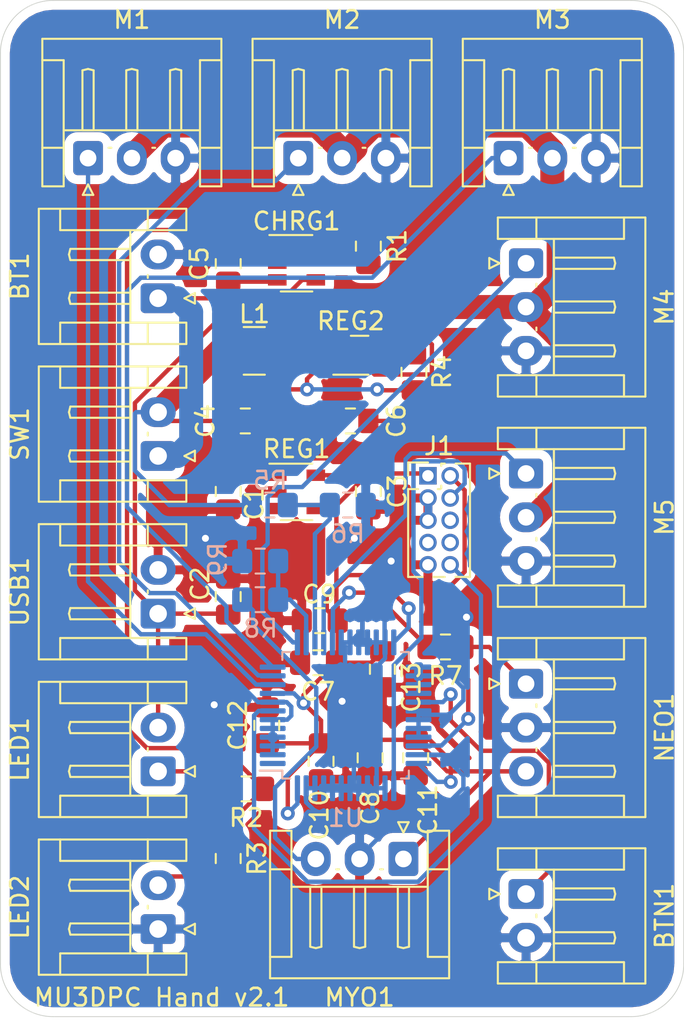
<source format=kicad_pcb>
(kicad_pcb (version 20171130) (host pcbnew 5.1.5-52549c5~84~ubuntu19.10.1)
  (layers (0 F.Cu signal) (31 B.Cu signal) (34 B.Paste user) (35 F.Paste user) (36 B.SilkS user) (37 F.SilkS user) (38 B.Mask user) (39 F.Mask user) (44 Edge.Cuts user))
  (net 0 "")
  (net 1 GND)
  (net 2 "Net-(BT1-Pad1)")
  (net 3 +BATT)
  (net 4 "Net-(C2-Pad1)")
  (net 5 +3V3)
  (net 6 +5V)
  (net 7 "Net-(CHRG1-Pad5)")
  (net 8 "Net-(CHRG1-Pad2)")
  (net 9 "Net-(CHRG1-Pad1)")
  (net 10 "Net-(J1-Pad2)")
  (net 11 "Net-(J1-Pad4)")
  (net 12 "Net-(J1-Pad10)")
  (net 13 "Net-(L1-Pad1)")
  (net 14 "Net-(LED1-Pad1)")
  (net 15 "Net-(LED2-Pad2)")
  (net 16 NORMVBAT)
  (net 17 NORMMYOSIG)
  (net 18 MYOSIG)
  (net 19 "Net-(R4-Pad2)")
  (net 20 "Net-(NEO1-Pad4)")
  (net 21 BTN)
  (net 22 INDEX)
  (net 23 MIDDLE)
  (net 24 RING)
  (net 25 PINKY)
  (net 26 THUMB)
  (net 27 NEO)
  (module Package_QFP:LQFP-48_7x7mm_P0.5mm (layer B.Cu) (at 132.7 57.8)
    (fp_text reference U1 (at 0 5.85) (layer B.SilkS) (effects (justify mirror)))
    (fp_text value STM32F303CCT7)
    (pad 1 smd roundrect (at -4.1625 2.75) (size 1.475 0.3) (layers B.Cu B.Paste B.Mask))
    (pad 2 smd roundrect (at -4.1625 2.25) (size 1.475 0.3) (layers B.Cu B.Paste B.Mask) (net 1 GND))
    (pad 3 smd roundrect (at -4.1625 1.75) (size 1.475 0.3) (layers B.Cu B.Paste B.Mask) (net 1 GND))
    (pad 4 smd roundrect (at -4.1625 1.25) (size 1.475 0.3) (layers B.Cu B.Paste B.Mask) (net 1 GND))
    (pad 5 smd roundrect (at -4.1625 0.75) (size 1.475 0.3) (layers B.Cu B.Paste B.Mask) (net 1 GND))
    (pad 6 smd roundrect (at -4.1625 0.25) (size 1.475 0.3) (layers B.Cu B.Paste B.Mask) (net 1 GND))
    (pad 7 smd roundrect (at -4.1625 -0.25) (size 1.475 0.3) (layers B.Cu B.Paste B.Mask) (net 12 "Net-(J1-Pad10)"))
    (pad 8 smd roundrect (at -4.1625 -0.75) (size 1.475 0.3) (layers B.Cu B.Paste B.Mask) (net 1 GND))
    (pad 9 smd roundrect (at -4.1625 -1.25) (size 1.475 0.3) (layers B.Cu B.Paste B.Mask) (net 5 +3V3))
    (pad 10 smd roundrect (at -4.1625 -1.75) (size 1.475 0.3) (layers B.Cu B.Paste B.Mask) (net 22 INDEX))
    (pad 11 smd roundrect (at -4.1625 -2.25) (size 1.475 0.3) (layers B.Cu B.Paste B.Mask) (net 23 MIDDLE))
    (pad 12 smd roundrect (at -4.1625 -2.75) (size 1.475 0.3) (layers B.Cu B.Paste B.Mask) (net 24 RING))
    (pad 13 smd roundrect (at -2.75 -4.1625) (size 0.3 1.475) (layers B.Cu B.Paste B.Mask) (net 25 PINKY))
    (pad 14 smd roundrect (at -2.25 -4.1625) (size 0.3 1.475) (layers B.Cu B.Paste B.Mask) (net 17 NORMMYOSIG))
    (pad 15 smd roundrect (at -1.75 -4.1625) (size 0.3 1.475) (layers B.Cu B.Paste B.Mask) (net 16 NORMVBAT))
    (pad 16 smd roundrect (at -1.25 -4.1625) (size 0.3 1.475) (layers B.Cu B.Paste B.Mask) (net 26 THUMB))
    (pad 17 smd roundrect (at -0.75 -4.1625) (size 0.3 1.475) (layers B.Cu B.Paste B.Mask) (net 27 NEO))
    (pad 18 smd roundrect (at -0.25 -4.1625) (size 0.3 1.475) (layers B.Cu B.Paste B.Mask) (net 1 GND))
    (pad 19 smd roundrect (at 0.25 -4.1625) (size 0.3 1.475) (layers B.Cu B.Paste B.Mask) (net 1 GND))
    (pad 20 smd roundrect (at 0.75 -4.1625) (size 0.3 1.475) (layers B.Cu B.Paste B.Mask) (net 1 GND))
    (pad 21 smd roundrect (at 1.25 -4.1625) (size 0.3 1.475) (layers B.Cu B.Paste B.Mask) (net 1 GND))
    (pad 22 smd roundrect (at 1.75 -4.1625) (size 0.3 1.475) (layers B.Cu B.Paste B.Mask) (net 1 GND))
    (pad 23 smd roundrect (at 2.25 -4.1625) (size 0.3 1.475) (layers B.Cu B.Paste B.Mask) (net 1 GND))
    (pad 24 smd roundrect (at 2.75 -4.1625) (size 0.3 1.475) (layers B.Cu B.Paste B.Mask) (net 5 +3V3))
    (pad 25 smd roundrect (at 4.1625 -2.75) (size 1.475 0.3) (layers B.Cu B.Paste B.Mask) (net 1 GND))
    (pad 26 smd roundrect (at 4.1625 -2.25) (size 1.475 0.3) (layers B.Cu B.Paste B.Mask) (net 1 GND))
    (pad 27 smd roundrect (at 4.1625 -1.75) (size 1.475 0.3) (layers B.Cu B.Paste B.Mask) (net 1 GND))
    (pad 28 smd roundrect (at 4.1625 -1.25) (size 1.475 0.3) (layers B.Cu B.Paste B.Mask) (net 1 GND))
    (pad 29 smd roundrect (at 4.1625 -0.75) (size 1.475 0.3) (layers B.Cu B.Paste B.Mask) (net 21 BTN))
    (pad 30 smd roundrect (at 4.1625 -0.25) (size 1.475 0.3) (layers B.Cu B.Paste B.Mask) (net 1 GND))
    (pad 31 smd roundrect (at 4.1625 0.25) (size 1.475 0.3) (layers B.Cu B.Paste B.Mask) (net 1 GND))
    (pad 32 smd roundrect (at 4.1625 0.75) (size 1.475 0.3) (layers B.Cu B.Paste B.Mask) (net 1 GND))
    (pad 33 smd roundrect (at 4.1625 1.25) (size 1.475 0.3) (layers B.Cu B.Paste B.Mask) (net 1 GND))
    (pad 34 smd roundrect (at 4.1625 1.75) (size 1.475 0.3) (layers B.Cu B.Paste B.Mask) (net 10 "Net-(J1-Pad2)"))
    (pad 35 smd roundrect (at 4.1625 2.25) (size 1.475 0.3) (layers B.Cu B.Paste B.Mask) (net 1 GND))
    (pad 36 smd roundrect (at 4.1625 2.75) (size 1.475 0.3) (layers B.Cu B.Paste B.Mask) (net 5 +3V3))
    (pad 37 smd roundrect (at 2.75 4.1625) (size 0.3 1.475) (layers B.Cu B.Paste B.Mask) (net 11 "Net-(J1-Pad4)"))
    (pad 38 smd roundrect (at 2.25 4.1625) (size 0.3 1.475) (layers B.Cu B.Paste B.Mask) (net 1 GND))
    (pad 39 smd roundrect (at 1.75 4.1625) (size 0.3 1.475) (layers B.Cu B.Paste B.Mask) (net 1 GND))
    (pad 40 smd roundrect (at 1.25 4.1625) (size 0.3 1.475) (layers B.Cu B.Paste B.Mask) (net 1 GND))
    (pad 41 smd roundrect (at 0.75 4.1625) (size 0.3 1.475) (layers B.Cu B.Paste B.Mask) (net 1 GND))
    (pad 42 smd roundrect (at 0.25 4.1625) (size 0.3 1.475) (layers B.Cu B.Paste B.Mask) (net 1 GND))
    (pad 43 smd roundrect (at -0.25 4.1625) (size 0.3 1.475) (layers B.Cu B.Paste B.Mask) (net 1 GND))
    (pad 44 smd roundrect (at -0.75 4.1625) (size 0.3 1.475) (layers B.Cu B.Paste B.Mask) (net 1 GND))
    (pad 45 smd roundrect (at -1.25 4.1625) (size 0.3 1.475) (layers B.Cu B.Paste B.Mask) (net 1 GND))
    (pad 46 smd roundrect (at -1.75 4.1625) (size 0.3 1.475) (layers B.Cu B.Paste B.Mask) (net 1 GND))
    (pad 47 smd roundrect (at -2.25 4.1625) (size 0.3 1.475) (layers B.Cu B.Paste B.Mask) (net 1 GND))
    (pad 48 smd roundrect (at -2.75 4.1625) (size 0.3 1.475) (layers B.Cu B.Paste B.Mask) (net 5 +3V3))
  )
  (module Connector_PinHeader_1.27mm:PinHeader_2x05_P1.27mm_Vertical (layer F.Cu) (at 137.4 44.13)
    (fp_text reference J1 (at 0.635 -1.695) (layer F.SilkS))
    (fp_text value Conn_ARM_JTAG_SWD_10)
    (pad 1 thru_hole rect (at 0 0) (size 1 1) (drill 0.65) (layers *.Cu *.Mask) (net 5 +3V3))
    (pad 2 thru_hole oval (at 1.27 0) (size 1 1) (drill 0.65) (layers *.Cu *.Mask) (net 10 "Net-(J1-Pad2)"))
    (pad 3 thru_hole oval (at 0 1.27) (size 1 1) (drill 0.65) (layers *.Cu *.Mask) (net 1 GND))
    (pad 4 thru_hole oval (at 1.27 1.27) (size 1 1) (drill 0.65) (layers *.Cu *.Mask) (net 11 "Net-(J1-Pad4)"))
    (pad 5 thru_hole oval (at 0 2.54) (size 1 1) (drill 0.65) (layers *.Cu *.Mask) (net 1 GND))
    (pad 6 thru_hole oval (at 1.27 2.54) (size 1 1) (drill 0.65) (layers *.Cu *.Mask))
    (pad 7 thru_hole oval (at 0 3.81) (size 1 1) (drill 0.65) (layers *.Cu *.Mask))
    (pad 8 thru_hole oval (at 1.27 3.81) (size 1 1) (drill 0.65) (layers *.Cu *.Mask))
    (pad 9 thru_hole oval (at 0 5.08) (size 1 1) (drill 0.65) (layers *.Cu *.Mask) (net 1 GND))
    (pad 10 thru_hole oval (at 1.27 5.08) (size 1 1) (drill 0.65) (layers *.Cu *.Mask) (net 12 "Net-(J1-Pad10)"))
  )
  (module Connector_JST:JST_EH_S2B-EH_1x02_P2.50mm_Horizontal (layer F.Cu) (at 122 34 90)
    (fp_text reference BT1 (at 1.25 -7.9 90) (layer F.SilkS))
    (fp_text value Battery_Cell)
    (pad 2 thru_hole oval (at 2.5 0 90) (size 1.7 2) (drill 1) (layers *.Cu *.Mask) (net 1 GND))
    (pad 1 thru_hole roundrect (at 0 0 90) (size 1.7 2) (drill 1) (layers *.Cu *.Mask) (roundrect_rratio 0.147059) (net 2 "Net-(BT1-Pad1)"))
  )
  (module Connector_JST:JST_EH_S2B-EH_1x02_P2.50mm_Horizontal (layer F.Cu) (at 143 68 270)
    (fp_text reference BTN1 (at 1.25 -7.9 90) (layer F.SilkS))
    (fp_text value Side_Button)
    (pad 1 thru_hole roundrect (at 0 0 270) (size 1.7 2) (drill 1) (layers *.Cu *.Mask) (roundrect_rratio 0.147059) (net 21 BTN))
    (pad 2 thru_hole oval (at 2.5 0 270) (size 1.7 2) (drill 1) (layers *.Cu *.Mask) (net 1 GND))
  )
  (module Capacitor_SMD:C_0805_2012Metric_Pad1.15x1.40mm_HandSolder (layer F.Cu) (at 126 45.025 270)
    (fp_text reference C1 (at 0.675 -1.5 90) (layer F.SilkS))
    (fp_text value 1uF)
    (pad 2 smd roundrect (at 1.025 0 270) (size 1.15 1.4) (layers F.Cu F.Paste F.Mask) (roundrect_rratio 0.217391) (net 1 GND))
    (pad 1 smd roundrect (at -1.025 0 270) (size 1.15 1.4) (layers F.Cu F.Paste F.Mask) (roundrect_rratio 0.217391) (net 3 +BATT))
  )
  (module Capacitor_SMD:C_0805_2012Metric_Pad1.15x1.40mm_HandSolder (layer F.Cu) (at 126 51.025 90)
    (fp_text reference C2 (at 0.725 -1.6 90) (layer F.SilkS))
    (fp_text value 4.7uF)
    (pad 2 smd roundrect (at 1.025 0 90) (size 1.15 1.4) (layers F.Cu F.Paste F.Mask) (roundrect_rratio 0.217391) (net 1 GND))
    (pad 1 smd roundrect (at -1.025 0 90) (size 1.15 1.4) (layers F.Cu F.Paste F.Mask) (roundrect_rratio 0.217391) (net 4 "Net-(C2-Pad1)"))
  )
  (module Capacitor_SMD:C_0805_2012Metric_Pad1.15x1.40mm_HandSolder (layer F.Cu) (at 134 45.025 270)
    (fp_text reference C3 (at 0 -1.65 90) (layer F.SilkS))
    (fp_text value 1uF)
    (pad 1 smd roundrect (at -1.025 0 270) (size 1.15 1.4) (layers F.Cu F.Paste F.Mask) (roundrect_rratio 0.217391) (net 5 +3V3))
    (pad 2 smd roundrect (at 1.025 0 270) (size 1.15 1.4) (layers F.Cu F.Paste F.Mask) (roundrect_rratio 0.217391) (net 1 GND))
  )
  (module Capacitor_SMD:C_0805_2012Metric_Pad1.15x1.40mm_HandSolder (layer F.Cu) (at 126.975 41)
    (fp_text reference C4 (at -2.275 0 90) (layer F.SilkS))
    (fp_text value "4.7uF 10V")
    (pad 2 smd roundrect (at 1.025 0) (size 1.15 1.4) (layers F.Cu F.Paste F.Mask) (roundrect_rratio 0.217391) (net 1 GND))
    (pad 1 smd roundrect (at -1.025 0) (size 1.15 1.4) (layers F.Cu F.Paste F.Mask) (roundrect_rratio 0.217391) (net 3 +BATT))
  )
  (module Capacitor_SMD:C_0805_2012Metric_Pad1.15x1.40mm_HandSolder (layer F.Cu) (at 126 32.025 90)
    (fp_text reference C5 (at 0 -1.65 90) (layer F.SilkS))
    (fp_text value 4.7uF)
    (pad 1 smd roundrect (at -1.025 0 90) (size 1.15 1.4) (layers F.Cu F.Paste F.Mask) (roundrect_rratio 0.217391) (net 2 "Net-(BT1-Pad1)"))
    (pad 2 smd roundrect (at 1.025 0 90) (size 1.15 1.4) (layers F.Cu F.Paste F.Mask) (roundrect_rratio 0.217391) (net 1 GND))
  )
  (module Capacitor_SMD:C_0805_2012Metric_Pad1.15x1.40mm_HandSolder (layer F.Cu) (at 132.975 41 180)
    (fp_text reference C6 (at -2.625 0 90) (layer F.SilkS))
    (fp_text value "22uF 10V")
    (pad 1 smd roundrect (at -1.025 0 180) (size 1.15 1.4) (layers F.Cu F.Paste F.Mask) (roundrect_rratio 0.217391) (net 6 +5V))
    (pad 2 smd roundrect (at 1.025 0 180) (size 1.15 1.4) (layers F.Cu F.Paste F.Mask) (roundrect_rratio 0.217391) (net 1 GND))
  )
  (module Package_TO_SOT_SMD:SOT-23-5 (layer F.Cu) (at 129.9 32)
    (fp_text reference CHRG1 (at 0 -2.4) (layer F.SilkS))
    (fp_text value MCP73831-2-OT)
    (pad 5 smd rect (at 1.1 -0.95) (size 1.06 0.65) (layers F.Cu F.Paste F.Mask) (net 7 "Net-(CHRG1-Pad5)"))
    (pad 4 smd rect (at 1.1 0.95) (size 1.06 0.65) (layers F.Cu F.Paste F.Mask) (net 4 "Net-(C2-Pad1)"))
    (pad 3 smd rect (at -1.1 0.95) (size 1.06 0.65) (layers F.Cu F.Paste F.Mask) (net 2 "Net-(BT1-Pad1)"))
    (pad 2 smd rect (at -1.1 0) (size 1.06 0.65) (layers F.Cu F.Paste F.Mask) (net 8 "Net-(CHRG1-Pad2)"))
    (pad 1 smd rect (at -1.1 -0.95) (size 1.06 0.65) (layers F.Cu F.Paste F.Mask) (net 9 "Net-(CHRG1-Pad1)"))
  )
  (module Inductor_SMD:L_1210_3225Metric_Pad1.42x2.65mm_HandSolder (layer F.Cu) (at 127.4875 37 180)
    (fp_text reference L1 (at -0.0125 2.1) (layer F.SilkS))
    (fp_text value "1uH 3A")
    (pad 1 smd roundrect (at -1.4875 0 180) (size 1.425 2.65) (layers F.Cu F.Paste F.Mask) (roundrect_rratio 0.175439) (net 13 "Net-(L1-Pad1)"))
    (pad 2 smd roundrect (at 1.4875 0 180) (size 1.425 2.65) (layers F.Cu F.Paste F.Mask) (roundrect_rratio 0.175439) (net 3 +BATT))
  )
  (module Connector_JST:JST_EH_S2B-EH_1x02_P2.50mm_Horizontal (layer F.Cu) (at 122 61 90)
    (fp_text reference LED1 (at 1.25 -7.9 90) (layer F.SilkS))
    (fp_text value Charging_LED)
    (pad 1 thru_hole roundrect (at 0 0 90) (size 1.7 2) (drill 1) (layers *.Cu *.Mask) (roundrect_rratio 0.147059) (net 14 "Net-(LED1-Pad1)"))
    (pad 2 thru_hole oval (at 2.5 0 90) (size 1.7 2) (drill 1) (layers *.Cu *.Mask) (net 4 "Net-(C2-Pad1)"))
  )
  (module Connector_JST:JST_EH_S2B-EH_1x02_P2.50mm_Horizontal (layer F.Cu) (at 122 70 90)
    (fp_text reference LED2 (at 1.25 -7.9 90) (layer F.SilkS))
    (fp_text value Charge_Done_LED)
    (pad 2 thru_hole oval (at 2.5 0 90) (size 1.7 2) (drill 1) (layers *.Cu *.Mask) (net 15 "Net-(LED2-Pad2)"))
    (pad 1 thru_hole roundrect (at 0 0 90) (size 1.7 2) (drill 1) (layers *.Cu *.Mask) (roundrect_rratio 0.147059) (net 1 GND))
  )
  (module Connector_JST:JST_EH_S3B-EH_1x03_P2.50mm_Horizontal (layer F.Cu) (at 118 26)
    (fp_text reference M1 (at 2.5 -7.9) (layer F.SilkS))
    (fp_text value Index_Servo)
    (pad 3 thru_hole oval (at 5 0) (size 1.7 1.95) (drill 0.95) (layers *.Cu *.Mask) (net 1 GND))
    (pad 2 thru_hole oval (at 2.5 0) (size 1.7 1.95) (drill 0.95) (layers *.Cu *.Mask) (net 6 +5V))
    (pad 1 thru_hole roundrect (at 0 0) (size 1.7 1.95) (drill 0.95) (layers *.Cu *.Mask) (roundrect_rratio 0.147059) (net 22 INDEX))
  )
  (module Connector_JST:JST_EH_S3B-EH_1x03_P2.50mm_Horizontal (layer F.Cu) (at 130 26)
    (fp_text reference M2 (at 2.5 -7.9) (layer F.SilkS))
    (fp_text value Middle_Servo)
    (pad 1 thru_hole roundrect (at 0 0) (size 1.7 1.95) (drill 0.95) (layers *.Cu *.Mask) (roundrect_rratio 0.147059) (net 23 MIDDLE))
    (pad 2 thru_hole oval (at 2.5 0) (size 1.7 1.95) (drill 0.95) (layers *.Cu *.Mask) (net 6 +5V))
    (pad 3 thru_hole oval (at 5 0) (size 1.7 1.95) (drill 0.95) (layers *.Cu *.Mask) (net 1 GND))
  )
  (module Connector_JST:JST_EH_S3B-EH_1x03_P2.50mm_Horizontal (layer F.Cu) (at 142 26)
    (fp_text reference M3 (at 2.5 -7.9) (layer F.SilkS))
    (fp_text value Ring_Servo)
    (pad 3 thru_hole oval (at 5 0) (size 1.7 1.95) (drill 0.95) (layers *.Cu *.Mask) (net 1 GND))
    (pad 2 thru_hole oval (at 2.5 0) (size 1.7 1.95) (drill 0.95) (layers *.Cu *.Mask) (net 6 +5V))
    (pad 1 thru_hole roundrect (at 0 0) (size 1.7 1.95) (drill 0.95) (layers *.Cu *.Mask) (roundrect_rratio 0.147059) (net 24 RING))
  )
  (module Connector_JST:JST_EH_S3B-EH_1x03_P2.50mm_Horizontal (layer F.Cu) (at 143 32 270)
    (fp_text reference M4 (at 2.5 -7.9 90) (layer F.SilkS))
    (fp_text value Pinky_Servo)
    (pad 1 thru_hole roundrect (at 0 0 270) (size 1.7 1.95) (drill 0.95) (layers *.Cu *.Mask) (roundrect_rratio 0.147059) (net 25 PINKY))
    (pad 2 thru_hole oval (at 2.5 0 270) (size 1.7 1.95) (drill 0.95) (layers *.Cu *.Mask) (net 6 +5V))
    (pad 3 thru_hole oval (at 5 0 270) (size 1.7 1.95) (drill 0.95) (layers *.Cu *.Mask) (net 1 GND))
  )
  (module Connector_JST:JST_EH_S3B-EH_1x03_P2.50mm_Horizontal (layer F.Cu) (at 143 44 270)
    (fp_text reference M5 (at 2.5 -7.9 90) (layer F.SilkS))
    (fp_text value Thumb_Servo)
    (pad 3 thru_hole oval (at 5 0 270) (size 1.7 1.95) (drill 0.95) (layers *.Cu *.Mask) (net 1 GND))
    (pad 2 thru_hole oval (at 2.5 0 270) (size 1.7 1.95) (drill 0.95) (layers *.Cu *.Mask) (net 6 +5V))
    (pad 1 thru_hole roundrect (at 0 0 270) (size 1.7 1.95) (drill 0.95) (layers *.Cu *.Mask) (roundrect_rratio 0.147059) (net 26 THUMB))
  )
  (module Connector_JST:JST_EH_S3B-EH_1x03_P2.50mm_Horizontal (layer F.Cu) (at 136 66 180)
    (fp_text reference MYO1 (at 2.5 -7.9) (layer F.SilkS))
    (fp_text value MyoWare)
    (pad 1 thru_hole roundrect (at 0 0 180) (size 1.7 1.95) (drill 0.95) (layers *.Cu *.Mask) (roundrect_rratio 0.147059) (net 5 +3V3))
    (pad 2 thru_hole oval (at 2.5 0 180) (size 1.7 1.95) (drill 0.95) (layers *.Cu *.Mask) (net 1 GND))
    (pad 3 thru_hole oval (at 5 0 180) (size 1.7 1.95) (drill 0.95) (layers *.Cu *.Mask) (net 18 MYOSIG))
  )
  (module Connector_JST:JST_EH_S3B-EH_1x03_P2.50mm_Horizontal (layer F.Cu) (at 143 56 270)
    (fp_text reference NEO1 (at 2.5 -7.9 90) (layer F.SilkS))
    (fp_text value Indicator_NeoPixel)
    (pad 4 thru_hole roundrect (at 0 0 270) (size 1.7 1.95) (drill 0.95) (layers *.Cu *.Mask) (roundrect_rratio 0.147) (net 20 "Net-(NEO1-Pad4)"))
    (pad 2 thru_hole oval (at 2.5 0 270) (size 1.7 1.95) (drill 0.95) (layers *.Cu *.Mask) (net 1 GND))
    (pad 3 thru_hole oval (at 5 0 270) (size 1.7 1.95) (drill 0.95) (layers *.Cu *.Mask) (net 5 +3V3))
  )
  (module Resistor_SMD:R_0805_2012Metric_Pad1.15x1.40mm_HandSolder (layer F.Cu) (at 134 31.025 270)
    (fp_text reference R1 (at 0 -1.65 90) (layer F.SilkS))
    (fp_text value 2000ohm)
    (pad 2 smd roundrect (at 1.025 0 270) (size 1.15 1.4) (layers F.Cu F.Paste F.Mask) (roundrect_rratio 0.217391) (net 8 "Net-(CHRG1-Pad2)"))
    (pad 1 smd roundrect (at -1.025 0 270) (size 1.15 1.4) (layers F.Cu F.Paste F.Mask) (roundrect_rratio 0.217391) (net 7 "Net-(CHRG1-Pad5)"))
  )
  (module Resistor_SMD:R_0805_2012Metric_Pad1.15x1.40mm_HandSolder (layer F.Cu) (at 127.025 62 180)
    (fp_text reference R2 (at 0 -1.65) (layer F.SilkS))
    (fp_text value 470ohm)
    (pad 1 smd roundrect (at -1.025 0 180) (size 1.15 1.4) (layers F.Cu F.Paste F.Mask) (roundrect_rratio 0.217391) (net 9 "Net-(CHRG1-Pad1)"))
    (pad 2 smd roundrect (at 1.025 0 180) (size 1.15 1.4) (layers F.Cu F.Paste F.Mask) (roundrect_rratio 0.217391) (net 14 "Net-(LED1-Pad1)"))
  )
  (module Resistor_SMD:R_0805_2012Metric_Pad1.15x1.40mm_HandSolder (layer F.Cu) (at 126 65.975 270)
    (fp_text reference R3 (at 0 -1.65 90) (layer F.SilkS))
    (fp_text value 470ohm)
    (pad 2 smd roundrect (at 1.025 0 270) (size 1.15 1.4) (layers F.Cu F.Paste F.Mask) (roundrect_rratio 0.217391) (net 15 "Net-(LED2-Pad2)"))
    (pad 1 smd roundrect (at -1.025 0 270) (size 1.15 1.4) (layers F.Cu F.Paste F.Mask) (roundrect_rratio 0.217391) (net 9 "Net-(CHRG1-Pad1)"))
  )
  (module Resistor_SMD:R_0805_2012Metric_Pad1.15x1.40mm_HandSolder (layer F.Cu) (at 136.6 38.225 90)
    (fp_text reference R4 (at 0.025 1.6 90) (layer F.SilkS))
    (fp_text value 1Mohm)
    (pad 1 smd roundrect (at -1.025 0 90) (size 1.15 1.4) (layers F.Cu F.Paste F.Mask) (roundrect_rratio 0.217391) (net 3 +BATT))
    (pad 2 smd roundrect (at 1.025 0 90) (size 1.15 1.4) (layers F.Cu F.Paste F.Mask) (roundrect_rratio 0.217391) (net 19 "Net-(R4-Pad2)"))
  )
  (module Resistor_SMD:R_0805_2012Metric_Pad1.15x1.40mm_HandSolder (layer B.Cu) (at 128.375 45.8)
    (fp_text reference R5 (at 0.025 -1.4 180) (layer B.SilkS) (effects (justify mirror)))
    (fp_text value 5000ohm)
    (pad 1 smd roundrect (at -1.025 0) (size 1.15 1.4) (layers B.Cu B.Paste B.Mask) (roundrect_rratio 0.217391) (net 3 +BATT))
    (pad 2 smd roundrect (at 1.025 0) (size 1.15 1.4) (layers B.Cu B.Paste B.Mask) (roundrect_rratio 0.217391) (net 16 NORMVBAT))
  )
  (module Resistor_SMD:R_0805_2012Metric_Pad1.15x1.40mm_HandSolder (layer B.Cu) (at 132.825 45.8)
    (fp_text reference R6 (at 0 1.65 180) (layer B.SilkS) (effects (justify mirror)))
    (fp_text value 1250ohm)
    (pad 2 smd roundrect (at 1.025 0) (size 1.15 1.4) (layers B.Cu B.Paste B.Mask) (roundrect_rratio 0.217391) (net 1 GND))
    (pad 1 smd roundrect (at -1.025 0) (size 1.15 1.4) (layers B.Cu B.Paste B.Mask) (roundrect_rratio 0.217391) (net 16 NORMVBAT))
  )
  (module Resistor_SMD:R_0805_2012Metric_Pad1.15x1.40mm_HandSolder (layer F.Cu) (at 138.4 53.9 180)
    (fp_text reference R7 (at 0 -1.65) (layer F.SilkS))
    (fp_text value 500ohm)
    (pad 1 smd roundrect (at -1.025 0 180) (size 1.15 1.4) (layers F.Cu F.Paste F.Mask) (roundrect_rratio 0.217391) (net 20 "Net-(NEO1-Pad4)"))
    (pad 2 smd roundrect (at 1.025 0 180) (size 1.15 1.4) (layers F.Cu F.Paste F.Mask) (roundrect_rratio 0.217391) (net 27 NEO))
  )
  (module Resistor_SMD:R_0805_2012Metric_Pad1.15x1.40mm_HandSolder (layer B.Cu) (at 127.825 51.2)
    (fp_text reference R8 (at 0.025 1.65 180) (layer B.SilkS) (effects (justify mirror)))
    (fp_text value 5000ohm)
    (pad 1 smd roundrect (at -1.025 0) (size 1.15 1.4) (layers B.Cu B.Paste B.Mask) (roundrect_rratio 0.217391) (net 18 MYOSIG))
    (pad 2 smd roundrect (at 1.025 0) (size 1.15 1.4) (layers B.Cu B.Paste B.Mask) (roundrect_rratio 0.217391) (net 17 NORMMYOSIG))
  )
  (module Resistor_SMD:R_0805_2012Metric_Pad1.15x1.40mm_HandSolder (layer B.Cu) (at 127.825 49 180)
    (fp_text reference R9 (at 2.425 0.1 270) (layer B.SilkS) (effects (justify mirror)))
    (fp_text value 1250ohm)
    (pad 2 smd roundrect (at 1.025 0 180) (size 1.15 1.4) (layers B.Cu B.Paste B.Mask) (roundrect_rratio 0.217391) (net 1 GND))
    (pad 1 smd roundrect (at -1.025 0 180) (size 1.15 1.4) (layers B.Cu B.Paste B.Mask) (roundrect_rratio 0.217391) (net 17 NORMMYOSIG))
  )
  (module Package_TO_SOT_SMD:SOT-23-5 (layer F.Cu) (at 129.9 45.05)
    (fp_text reference REG1 (at 0 -2.45) (layer F.SilkS))
    (fp_text value MIC5504-3.3YM5)
    (pad 1 smd rect (at -1.1 -0.95) (size 1.06 0.65) (layers F.Cu F.Paste F.Mask) (net 3 +BATT))
    (pad 2 smd rect (at -1.1 0) (size 1.06 0.65) (layers F.Cu F.Paste F.Mask) (net 1 GND))
    (pad 3 smd rect (at -1.1 0.95) (size 1.06 0.65) (layers F.Cu F.Paste F.Mask))
    (pad 4 smd rect (at 1.1 0.95) (size 1.06 0.65) (layers F.Cu F.Paste F.Mask))
    (pad 5 smd rect (at 1.1 -0.95) (size 1.06 0.65) (layers F.Cu F.Paste F.Mask) (net 5 +3V3))
  )
  (module Package_DFN_QFN:DFN-8-1EP_2x2mm_P0.5mm_EP0.9x1.3mm (layer F.Cu) (at 133 37.25)
    (fp_text reference REG2 (at 0 -1.95) (layer F.SilkS))
    (fp_text value MIC2876-5.0YMT-T5)
    (pad 9 smd roundrect (at 0 0) (size 0.9 1.3) (layers F.Cu F.Mask) (net 1 GND))
    (pad 1 smd roundrect (at -1 -0.75) (size 0.7 0.25) (layers F.Cu F.Paste F.Mask) (net 13 "Net-(L1-Pad1)"))
    (pad 2 smd roundrect (at -1 -0.25) (size 0.7 0.25) (layers F.Cu F.Paste F.Mask) (net 1 GND))
    (pad 3 smd roundrect (at -1 0.25) (size 0.7 0.25) (layers F.Cu F.Paste F.Mask) (net 3 +BATT))
    (pad 4 smd roundrect (at -1 0.75) (size 0.7 0.25) (layers F.Cu F.Paste F.Mask) (net 1 GND))
    (pad 5 smd roundrect (at 1 0.75) (size 0.7 0.25) (layers F.Cu F.Paste F.Mask) (net 6 +5V))
    (pad 6 smd roundrect (at 1 0.25) (size 0.7 0.25) (layers F.Cu F.Paste F.Mask))
    (pad 7 smd roundrect (at 1 -0.25) (size 0.7 0.25) (layers F.Cu F.Paste F.Mask) (net 19 "Net-(R4-Pad2)"))
    (pad 8 smd roundrect (at 1 -0.75) (size 0.7 0.25) (layers F.Cu F.Paste F.Mask) (net 6 +5V))
  )
  (module Connector_JST:JST_EH_S2B-EH_1x02_P2.50mm_Horizontal (layer F.Cu) (at 122 43 90)
    (fp_text reference SW1 (at 1.25 -7.9 90) (layer F.SilkS))
    (fp_text value Power_Switch)
    (pad 2 thru_hole oval (at 2.5 0 90) (size 1.7 2) (drill 1) (layers *.Cu *.Mask) (net 3 +BATT))
    (pad 1 thru_hole roundrect (at 0 0 90) (size 1.7 2) (drill 1) (layers *.Cu *.Mask) (roundrect_rratio 0.147059) (net 2 "Net-(BT1-Pad1)"))
  )
  (module Connector_JST:JST_EH_S2B-EH_1x02_P2.50mm_Horizontal (layer F.Cu) (at 122 52 90)
    (fp_text reference USB1 (at 1.25 -7.9 90) (layer F.SilkS))
    (fp_text value USB_B_Micro)
    (pad 1 thru_hole roundrect (at 0 0 90) (size 1.7 2) (drill 1) (layers *.Cu *.Mask) (roundrect_rratio 0.147059) (net 4 "Net-(C2-Pad1)"))
    (pad 5 thru_hole oval (at 2.5 0 90) (size 1.7 2) (drill 1) (layers *.Cu *.Mask) (net 1 GND))
  )
  (module Capacitor_SMD:C_0805_2012Metric_Pad1.15x1.40mm_HandSolder (layer F.Cu) (at 131.125 54.8 180)
    (fp_text reference C7 (at 0 -1.65 180) (layer F.SilkS))
    (fp_text value 100nF)
    (pad 1 smd roundrect (at -1.025 0 180) (size 1.15 1.4) (layers F.Cu F.Paste F.Mask) (roundrect_rratio 0.217391) (net 5 +3V3))
    (pad 2 smd roundrect (at 1.025 0 180) (size 1.15 1.4) (layers F.Cu F.Paste F.Mask) (roundrect_rratio 0.217391) (net 1 GND))
  )
  (module Capacitor_SMD:C_0805_2012Metric_Pad1.15x1.40mm_HandSolder (layer F.Cu) (at 134.1 60.225 270)
    (fp_text reference C8 (at 2.875 0 270) (layer F.SilkS))
    (fp_text value 100nF)
    (pad 2 smd roundrect (at 1.025 0 270) (size 1.15 1.4) (layers F.Cu F.Paste F.Mask) (roundrect_rratio 0.217391) (net 1 GND))
    (pad 1 smd roundrect (at -1.025 0 270) (size 1.15 1.4) (layers F.Cu F.Paste F.Mask) (roundrect_rratio 0.217391) (net 5 +3V3))
  )
  (module Capacitor_SMD:C_0805_2012Metric_Pad1.15x1.40mm_HandSolder (layer F.Cu) (at 131.225 52.4 180)
    (fp_text reference C9 (at 0.025 1.5 180) (layer F.SilkS))
    (fp_text value 100nF)
    (pad 1 smd roundrect (at -1.025 0 180) (size 1.15 1.4) (layers F.Cu F.Paste F.Mask) (roundrect_rratio 0.217391) (net 5 +3V3))
    (pad 2 smd roundrect (at 1.025 0 180) (size 1.15 1.4) (layers F.Cu F.Paste F.Mask) (roundrect_rratio 0.217391) (net 1 GND))
  )
  (module Capacitor_SMD:C_0805_2012Metric_Pad1.15x1.40mm_HandSolder (layer F.Cu) (at 131.3 60.425 270)
    (fp_text reference C10 (at 3.075 0.1 90) (layer F.SilkS))
    (fp_text value 100nF)
    (pad 1 smd roundrect (at -1.025 0 270) (size 1.15 1.4) (layers F.Cu F.Paste F.Mask) (roundrect_rratio 0.217391) (net 5 +3V3))
    (pad 2 smd roundrect (at 1.025 0 270) (size 1.15 1.4) (layers F.Cu F.Paste F.Mask) (roundrect_rratio 0.217391) (net 1 GND))
  )
  (module Capacitor_SMD:C_0805_2012Metric_Pad1.15x1.40mm_HandSolder (layer F.Cu) (at 136.7 60.225 270)
    (fp_text reference C11 (at 2.975 -0.7 270) (layer F.SilkS))
    (fp_text value 4.7uF)
    (pad 2 smd roundrect (at 1.025 0 270) (size 1.15 1.4) (layers F.Cu F.Paste F.Mask) (roundrect_rratio 0.217391) (net 1 GND))
    (pad 1 smd roundrect (at -1.025 0 270) (size 1.15 1.4) (layers F.Cu F.Paste F.Mask) (roundrect_rratio 0.217391) (net 5 +3V3))
  )
  (module Capacitor_SMD:C_0805_2012Metric_Pad1.15x1.40mm_HandSolder (layer F.Cu) (at 128.2 58.375 90)
    (fp_text reference C12 (at 0 -1.65 90) (layer F.SilkS))
    (fp_text value 10nF)
    (pad 1 smd roundrect (at -1.025 0 90) (size 1.15 1.4) (layers F.Cu F.Paste F.Mask) (roundrect_rratio 0.217391) (net 5 +3V3))
    (pad 2 smd roundrect (at 1.025 0 90) (size 1.15 1.4) (layers F.Cu F.Paste F.Mask) (roundrect_rratio 0.217391) (net 1 GND))
  )
  (module Capacitor_SMD:C_0805_2012Metric_Pad1.15x1.40mm_HandSolder (layer F.Cu) (at 134.8 55.175 270)
    (fp_text reference C13 (at 1.025 -1.65 270) (layer F.SilkS))
    (fp_text value 1uF)
    (pad 2 smd roundrect (at 1.025 0 270) (size 1.15 1.4) (layers F.Cu F.Paste F.Mask) (roundrect_rratio 0.217391) (net 1 GND))
    (pad 1 smd roundrect (at -1.025 0 270) (size 1.15 1.4) (layers F.Cu F.Paste F.Mask) (roundrect_rratio 0.217391) (net 5 +3V3))
  )
  (gr_text "MU3DPC Hand v2.1" (at 122.2 73.9) (layer F.SilkS) (effects (font (size 1 1))))
  (gr_line (start 152 72) (end 152 20) (layer Edge.Cuts) (width 0.05))
  (gr_line (start 116 75) (end 149 75) (layer Edge.Cuts) (width 0.05))
  (gr_line (start 113 20) (end 113 72) (layer Edge.Cuts) (width 0.05))
  (gr_line (start 149 17) (end 116 17) (layer Edge.Cuts) (width 0.05))
  (gr_arc (start 149 72) (end 149 75) (angle -90) (layer Edge.Cuts) (width 0.05))
  (gr_arc (start 116 72) (end 113 72) (angle -90) (layer Edge.Cuts) (width 0.05))
  (gr_arc (start 116 20) (end 116 17) (angle -90) (layer Edge.Cuts) (width 0.05))
  (gr_arc (start 149 20) (end 152 20) (angle -90) (layer Edge.Cuts) (width 0.05))
  (segment (start 132.75 37) (end 133 37.25) (width 0.25) (layer F.Cu) (net 1))
  (segment (start 132 37) (end 132.75 37) (width 0.25) (layer F.Cu) (net 1))
  (segment (start 133 37.45) (end 133 37.25) (width 0.25) (layer F.Cu) (net 1))
  (segment (start 132.45 38) (end 133 37.45) (width 0.25) (layer F.Cu) (net 1))
  (segment (start 132 38) (end 132.45 38) (width 0.25) (layer F.Cu) (net 1))
  (segment (start 131.95 40.2) (end 132.76499 39.38501) (width 1.37) (layer F.Cu) (net 1))
  (segment (start 132.76499 39.38501) (end 132.76499 38.424994) (width 1.37) (layer F.Cu) (net 1))
  (segment (start 131.95 41) (end 131.95 40.2) (width 1.37) (layer F.Cu) (net 1))
  (segment (start 134.92501 52.92501) (end 134.92501 52.12501) (width 0.25) (layer B.Cu) (net 1))
  (segment (start 134.95 53.6375) (end 134.95 52.95) (width 0.25) (layer B.Cu) (net 1))
  (segment (start 134.95 52.95) (end 134.92501 52.92501) (width 0.25) (layer B.Cu) (net 1))
  (segment (start 137.57499 60.07499) (end 138.62501 60.07499) (width 0.25) (layer B.Cu) (net 1))
  (segment (start 136.8625 60.05) (end 137.55 60.05) (width 0.25) (layer B.Cu) (net 1))
  (segment (start 137.55 60.05) (end 137.57499 60.07499) (width 0.25) (layer B.Cu) (net 1))
  (segment (start 130.45 62.765702) (end 131.484298 63.8) (width 0.25) (layer B.Cu) (net 1))
  (segment (start 130.45 61.9625) (end 130.45 62.765702) (width 0.25) (layer B.Cu) (net 1))
  (segment (start 127.7 57.05) (end 126.15 55.5) (width 0.25) (layer B.Cu) (net 1))
  (segment (start 128.5375 57.05) (end 127.7 57.05) (width 0.25) (layer B.Cu) (net 1))
  (segment (start 128.02 45.05) (end 127.97 45.1) (width 0.25) (layer F.Cu) (net 1))
  (segment (start 128.8 45.05) (end 128.02 45.05) (width 0.25) (layer F.Cu) (net 1))
  (via (at 124.7 47.7) (size 0.8) (drill 0.4) (layers F.Cu B.Cu) (net 1))
  (segment (start 133.5 65.875) (end 133.5 66) (width 0.25) (layer B.Cu) (net 1))
  (segment (start 135.975 63.4) (end 133.5 65.875) (width 0.25) (layer B.Cu) (net 1))
  (segment (start 137.973002 63.4) (end 135.975 63.4) (width 0.25) (layer B.Cu) (net 1))
  (segment (start 139.425001 61.948001) (end 137.973002 63.4) (width 0.25) (layer B.Cu) (net 1))
  (segment (start 139.425001 61.251999) (end 139.425001 61.948001) (width 0.25) (layer B.Cu) (net 1))
  (segment (start 138.223002 60.05) (end 139.425001 61.251999) (width 0.25) (layer B.Cu) (net 1))
  (segment (start 136.8625 60.05) (end 138.223002 60.05) (width 0.25) (layer B.Cu) (net 1))
  (via (at 135.3 49) (size 0.8) (drill 0.4) (layers F.Cu B.Cu) (net 1))
  (via (at 133.2 47.7) (size 0.8) (drill 0.4) (layers F.Cu B.Cu) (net 1))
  (via (at 125.2 57.2) (size 0.8) (drill 0.4) (layers F.Cu B.Cu) (net 1))
  (via (at 132.5 57) (size 0.8) (drill 0.4) (layers F.Cu B.Cu) (net 1))
  (segment (start 134.95 54.55) (end 132.5 57) (width 0.25) (layer B.Cu) (net 1))
  (segment (start 134.95 53.6375) (end 134.95 54.55) (width 0.25) (layer B.Cu) (net 1))
  (segment (start 128.5375 60.05) (end 128.5375 58.05) (width 0.25) (layer B.Cu) (net 1))
  (segment (start 129.375 58.05) (end 128.5375 58.05) (width 0.25) (layer B.Cu) (net 1))
  (segment (start 129.60001 57.82499) (end 129.375 58.05) (width 0.25) (layer B.Cu) (net 1))
  (segment (start 129.60001 57.309308) (end 129.60001 57.82499) (width 0.25) (layer B.Cu) (net 1))
  (segment (start 129.340702 57.05) (end 129.60001 57.309308) (width 0.25) (layer B.Cu) (net 1))
  (segment (start 128.5375 57.05) (end 129.340702 57.05) (width 0.25) (layer B.Cu) (net 1))
  (segment (start 130.45 61.9625) (end 134.45 61.9625) (width 0.25) (layer B.Cu) (net 1))
  (segment (start 133.17071 61.74179) (end 133.17071 59.92929) (width 0.25) (layer B.Cu) (net 1))
  (segment (start 132.95 61.9625) (end 133.17071 61.74179) (width 0.25) (layer B.Cu) (net 1))
  (segment (start 132.45 53.6375) (end 134.95 53.6375) (width 0.25) (layer B.Cu) (net 1))
  (segment (start 132.67071 53.85821) (end 132.67071 55.72929) (width 0.25) (layer B.Cu) (net 1))
  (segment (start 132.45 53.6375) (end 132.67071 53.85821) (width 0.25) (layer B.Cu) (net 1))
  (segment (start 133.650009 52.937491) (end 133.650009 52.397897) (width 0.25) (layer B.Cu) (net 1))
  (segment (start 132.95 53.6375) (end 133.650009 52.937491) (width 0.25) (layer B.Cu) (net 1))
  (segment (start 133.67071 53.41679) (end 133.45 53.6375) (width 0.25) (layer B.Cu) (net 1))
  (segment (start 133.67071 52.418598) (end 133.67071 53.41679) (width 0.25) (layer B.Cu) (net 1))
  (segment (start 133.650009 52.397897) (end 133.67071 52.418598) (width 0.25) (layer B.Cu) (net 1))
  (segment (start 134.47499 61.72501) (end 134.47499 60.12501) (width 0.25) (layer B.Cu) (net 1))
  (segment (start 134.45 61.9625) (end 134.45 61.75) (width 0.25) (layer B.Cu) (net 1))
  (segment (start 134.45 61.75) (end 134.47499 61.72501) (width 0.25) (layer B.Cu) (net 1))
  (segment (start 134.22929 62.18321) (end 134.22929 63.52929) (width 0.25) (layer B.Cu) (net 1))
  (segment (start 134.45 61.9625) (end 134.22929 62.18321) (width 0.25) (layer B.Cu) (net 1))
  (segment (start 134.22929 63.52929) (end 134.4 63.7) (width 0.25) (layer B.Cu) (net 1))
  (segment (start 136.8625 55.05) (end 136.8625 56.55) (width 0.25) (layer B.Cu) (net 1))
  (segment (start 136.8625 59.05) (end 136.8625 57.55) (width 0.25) (layer B.Cu) (net 1))
  (segment (start 137.7 55.55) (end 136.8625 55.55) (width 0.25) (layer B.Cu) (net 1))
  (segment (start 138.723002 55.55) (end 137.7 55.55) (width 0.25) (layer B.Cu) (net 1))
  (segment (start 139.425001 56.251999) (end 138.723002 55.55) (width 0.25) (layer B.Cu) (net 1))
  (segment (start 139.425001 56.948001) (end 139.425001 56.251999) (width 0.25) (layer B.Cu) (net 1))
  (segment (start 137.08321 57.77071) (end 138.602292 57.77071) (width 0.25) (layer B.Cu) (net 1))
  (segment (start 138.602292 57.77071) (end 139.425001 56.948001) (width 0.25) (layer B.Cu) (net 1))
  (segment (start 136.8625 57.55) (end 137.08321 57.77071) (width 0.25) (layer B.Cu) (net 1))
  (via (at 139.6 52.2) (size 0.8) (drill 0.4) (layers F.Cu B.Cu) (net 1))
  (segment (start 134.95 61.9625) (end 134.45 61.9625) (width 0.25) (layer B.Cu) (net 1))
  (segment (start 125.05 34) (end 126 33.05) (width 0.25) (layer F.Cu) (net 2))
  (segment (start 122 34) (end 125.05 34) (width 0.25) (layer F.Cu) (net 2))
  (segment (start 128.7 33.05) (end 128.8 32.95) (width 0.25) (layer F.Cu) (net 2))
  (segment (start 126 33.05) (end 128.7 33.05) (width 0.25) (layer F.Cu) (net 2))
  (segment (start 123.1 43) (end 122 43) (width 1.37) (layer B.Cu) (net 2))
  (segment (start 123.88501 42.21499) (end 123.1 43) (width 1.37) (layer B.Cu) (net 2))
  (segment (start 123.88501 34.78501) (end 123.88501 42.21499) (width 1.37) (layer B.Cu) (net 2))
  (segment (start 123.1 34) (end 123.88501 34.78501) (width 1.37) (layer B.Cu) (net 2))
  (segment (start 122 34) (end 123.1 34) (width 1.37) (layer B.Cu) (net 2))
  (via (at 134.5 39.2) (size 0.8) (drill 0.4) (layers F.Cu B.Cu) (net 3))
  (via (at 130.5 39.2) (size 0.8) (drill 0.4) (layers F.Cu B.Cu) (net 3))
  (segment (start 122.5 41) (end 122 40.5) (width 0.25) (layer F.Cu) (net 3))
  (segment (start 125.95 41) (end 122.5 41) (width 0.25) (layer F.Cu) (net 3))
  (segment (start 125.95 43.95) (end 126 44) (width 0.25) (layer F.Cu) (net 3))
  (segment (start 125.95 41) (end 125.95 43.95) (width 0.25) (layer F.Cu) (net 3))
  (segment (start 128.7 44) (end 128.8 44.1) (width 0.25) (layer F.Cu) (net 3))
  (segment (start 126 44) (end 128.7 44) (width 0.25) (layer F.Cu) (net 3))
  (segment (start 122.5 40.5) (end 122 40.5) (width 0.25) (layer F.Cu) (net 3))
  (segment (start 125.5 37) (end 122 40.5) (width 1.37) (layer F.Cu) (net 3))
  (segment (start 126 37) (end 125.5 37) (width 1.37) (layer F.Cu) (net 3))
  (segment (start 134.55 39.25) (end 134.5 39.2) (width 0.25) (layer F.Cu) (net 3))
  (segment (start 136.6 39.25) (end 134.55 39.25) (width 0.25) (layer F.Cu) (net 3))
  (segment (start 130.5 38.634315) (end 130.5 39.2) (width 0.25) (layer F.Cu) (net 3))
  (segment (start 130.5 38.601978) (end 130.5 38.634315) (width 0.25) (layer F.Cu) (net 3))
  (segment (start 131.601978 37.5) (end 130.5 38.601978) (width 0.25) (layer F.Cu) (net 3))
  (segment (start 132 37.5) (end 131.601978 37.5) (width 0.25) (layer F.Cu) (net 3))
  (segment (start 128.2 39.2) (end 126 37) (width 0.25) (layer F.Cu) (net 3))
  (segment (start 130.5 39.2) (end 128.2 39.2) (width 0.25) (layer F.Cu) (net 3))
  (segment (start 134.5 39.2) (end 130.5 39.2) (width 0.25) (layer B.Cu) (net 3))
  (segment (start 126.675 45.8) (end 127.35 45.8) (width 0.25) (layer B.Cu) (net 3))
  (segment (start 122.63681 45.8) (end 126.675 45.8) (width 0.25) (layer B.Cu) (net 3))
  (segment (start 120.67499 43.83818) (end 122.63681 45.8) (width 0.25) (layer B.Cu) (net 3))
  (segment (start 120.67499 40.57501) (end 120.67499 43.83818) (width 0.25) (layer B.Cu) (net 3))
  (segment (start 120.75 40.5) (end 120.67499 40.57501) (width 0.25) (layer B.Cu) (net 3))
  (segment (start 122 40.5) (end 120.75 40.5) (width 0.25) (layer B.Cu) (net 3))
  (segment (start 125.95 52) (end 126 52.05) (width 0.25) (layer F.Cu) (net 4))
  (segment (start 122 52) (end 125.95 52) (width 0.25) (layer F.Cu) (net 4))
  (segment (start 130.22 32.95) (end 131 32.95) (width 0.25) (layer F.Cu) (net 4))
  (segment (start 129.569999 33.600001) (end 130.22 32.95) (width 0.25) (layer F.Cu) (net 4))
  (segment (start 127.049309 33.600001) (end 129.569999 33.600001) (width 0.25) (layer F.Cu) (net 4))
  (segment (start 120.67499 39.97432) (end 127.049309 33.600001) (width 0.25) (layer F.Cu) (net 4))
  (segment (start 120.67499 50.67499) (end 120.67499 39.97432) (width 0.25) (layer F.Cu) (net 4))
  (segment (start 122 52) (end 120.67499 50.67499) (width 0.25) (layer F.Cu) (net 4))
  (segment (start 122 52.95) (end 122 58.5) (width 0.25) (layer F.Cu) (net 4))
  (segment (start 122 52) (end 122 52.95) (width 0.25) (layer F.Cu) (net 4))
  (via (at 129.4 63.4) (size 0.8) (drill 0.4) (layers F.Cu B.Cu) (net 5))
  (via (at 130.3 57.1) (size 0.8) (drill 0.4) (layers F.Cu B.Cu) (net 5))
  (via (at 138.7 61.6) (size 0.8) (drill 0.4) (layers F.Cu B.Cu) (net 5))
  (via (at 136.3 51.7) (size 0.8) (drill 0.4) (layers F.Cu B.Cu) (net 5))
  (segment (start 133.9 44.1) (end 134 44) (width 0.25) (layer F.Cu) (net 5))
  (segment (start 131 44.1) (end 132.4 44.1) (width 0.25) (layer F.Cu) (net 5))
  (segment (start 132.4 44.1) (end 133.9 44.1) (width 0.25) (layer F.Cu) (net 5))
  (segment (start 137.27 44) (end 137.4 44.13) (width 0.25) (layer F.Cu) (net 5))
  (segment (start 134 44) (end 137.27 44) (width 0.25) (layer F.Cu) (net 5))
  (segment (start 136.3 52.7875) (end 135.45 53.6375) (width 0.25) (layer B.Cu) (net 5))
  (segment (start 136.3 51.7) (end 136.3 52.7875) (width 0.25) (layer B.Cu) (net 5))
  (segment (start 129.75 56.55) (end 128.5375 56.55) (width 0.25) (layer B.Cu) (net 5))
  (segment (start 130.3 57.1) (end 129.75 56.55) (width 0.25) (layer B.Cu) (net 5))
  (segment (start 137.9125 61.6) (end 136.8625 60.55) (width 0.25) (layer B.Cu) (net 5))
  (segment (start 138.7 61.6) (end 137.9125 61.6) (width 0.25) (layer B.Cu) (net 5))
  (segment (start 132.25 54.7) (end 132.15 54.8) (width 0.25) (layer F.Cu) (net 5))
  (segment (start 132.25 52.4) (end 132.25 54.7) (width 0.25) (layer F.Cu) (net 5))
  (segment (start 134.15 54.8) (end 134.8 54.15) (width 0.25) (layer F.Cu) (net 5))
  (segment (start 132.15 54.8) (end 134.15 54.8) (width 0.25) (layer F.Cu) (net 5))
  (segment (start 130.3 56.65) (end 130.3 57.1) (width 0.25) (layer F.Cu) (net 5))
  (segment (start 132.15 54.8) (end 130.3 56.65) (width 0.25) (layer F.Cu) (net 5))
  (segment (start 133.9 59.4) (end 134.1 59.2) (width 0.25) (layer F.Cu) (net 5))
  (segment (start 131.3 59.4) (end 133.9 59.4) (width 0.25) (layer F.Cu) (net 5))
  (segment (start 136.7 59.2) (end 134.1 59.2) (width 0.25) (layer F.Cu) (net 5))
  (segment (start 131.3 58.1) (end 130.3 57.1) (width 0.25) (layer F.Cu) (net 5))
  (segment (start 131.3 59.4) (end 131.3 58.1) (width 0.25) (layer F.Cu) (net 5))
  (segment (start 129.95 62.85) (end 129.4 63.4) (width 0.25) (layer B.Cu) (net 5))
  (segment (start 129.95 61.9625) (end 129.95 62.85) (width 0.25) (layer B.Cu) (net 5))
  (segment (start 129.4 61.3) (end 129.4 63.4) (width 0.25) (layer F.Cu) (net 5))
  (segment (start 131.3 59.4) (end 129.4 61.3) (width 0.25) (layer F.Cu) (net 5))
  (segment (start 138.7 61.034315) (end 138.7 61.6) (width 0.25) (layer F.Cu) (net 5))
  (segment (start 138.7 60.4) (end 138.7 61.034315) (width 0.25) (layer F.Cu) (net 5))
  (segment (start 137.5 59.2) (end 138.7 60.4) (width 0.25) (layer F.Cu) (net 5))
  (segment (start 136.7 59.2) (end 137.5 59.2) (width 0.25) (layer F.Cu) (net 5))
  (segment (start 131.626628 51.776628) (end 132.25 52.4) (width 0.25) (layer F.Cu) (net 5))
  (segment (start 131.626628 51.00037) (end 131.626628 51.776628) (width 0.25) (layer F.Cu) (net 5))
  (segment (start 132.826998 49.8) (end 131.626628 51.00037) (width 0.25) (layer F.Cu) (net 5))
  (segment (start 134.4 49.8) (end 132.826998 49.8) (width 0.25) (layer F.Cu) (net 5))
  (segment (start 136.3 51.7) (end 134.4 49.8) (width 0.25) (layer F.Cu) (net 5))
  (segment (start 128.2 59.4) (end 131.3 59.4) (width 0.25) (layer F.Cu) (net 5))
  (segment (start 132.25 51.6) (end 132.25 52.4) (width 0.25) (layer F.Cu) (net 5))
  (segment (start 132.174999 51.524999) (end 132.25 51.6) (width 0.25) (layer F.Cu) (net 5))
  (segment (start 132.174999 45.825001) (end 132.174999 51.524999) (width 0.25) (layer F.Cu) (net 5))
  (segment (start 134 44) (end 132.174999 45.825001) (width 0.25) (layer F.Cu) (net 5))
  (segment (start 138.5 61) (end 136.7 59.2) (width 0.25) (layer F.Cu) (net 5))
  (segment (start 143 61) (end 138.5 61) (width 0.25) (layer F.Cu) (net 5))
  (segment (start 141 61) (end 136 66) (width 0.25) (layer F.Cu) (net 5))
  (segment (start 143 61) (end 141 61) (width 0.25) (layer F.Cu) (net 5))
  (segment (start 134.19571 36.30429) (end 134 36.5) (width 0.25) (layer F.Cu) (net 6))
  (segment (start 134.20001 36.29999) (end 134.19571 36.30429) (width 0.25) (layer F.Cu) (net 6))
  (segment (start 137.28818 36.29999) (end 134.20001 36.29999) (width 0.25) (layer F.Cu) (net 6))
  (segment (start 137.62501 36.63682) (end 137.28818 36.29999) (width 0.25) (layer F.Cu) (net 6))
  (segment (start 136.43819 41) (end 137.62501 39.81318) (width 0.25) (layer F.Cu) (net 6))
  (segment (start 134 41) (end 136.43819 41) (width 0.25) (layer F.Cu) (net 6))
  (segment (start 137.60003 38.34999) (end 137.62501 38.32501) (width 0.25) (layer F.Cu) (net 6))
  (segment (start 134.34999 38.34999) (end 137.60003 38.34999) (width 0.25) (layer F.Cu) (net 6))
  (segment (start 134 38) (end 134.34999 38.34999) (width 0.25) (layer F.Cu) (net 6))
  (segment (start 137.62501 39.81318) (end 137.62501 38.32501) (width 0.25) (layer F.Cu) (net 6))
  (segment (start 137.62501 38.32501) (end 137.62501 36.63682) (width 0.25) (layer F.Cu) (net 6))
  (segment (start 132.5 25.569852) (end 132.5 26) (width 1.37) (layer F.Cu) (net 6))
  (segment (start 131.070138 24.13999) (end 132.5 25.569852) (width 1.37) (layer F.Cu) (net 6))
  (segment (start 122.281336 24.13999) (end 131.070138 24.13999) (width 1.37) (layer F.Cu) (net 6))
  (segment (start 120.5 25.921326) (end 122.281336 24.13999) (width 1.37) (layer F.Cu) (net 6))
  (segment (start 120.5 26) (end 120.5 25.921326) (width 1.37) (layer F.Cu) (net 6))
  (segment (start 144.5 25.569852) (end 144.5 26) (width 1.37) (layer F.Cu) (net 6))
  (segment (start 143.070138 24.13999) (end 144.5 25.569852) (width 1.37) (layer F.Cu) (net 6))
  (segment (start 134.281336 24.13999) (end 143.070138 24.13999) (width 1.37) (layer F.Cu) (net 6))
  (segment (start 133.26499 25.156336) (end 134.281336 24.13999) (width 1.37) (layer F.Cu) (net 6))
  (segment (start 133.26499 25.43501) (end 133.26499 25.156336) (width 1.37) (layer F.Cu) (net 6))
  (segment (start 132.7 26) (end 133.26499 25.43501) (width 1.37) (layer F.Cu) (net 6))
  (segment (start 132.5 26) (end 132.7 26) (width 1.37) (layer F.Cu) (net 6))
  (segment (start 143.430148 34.5) (end 143 34.5) (width 1.37) (layer F.Cu) (net 6))
  (segment (start 144.86001 33.070138) (end 143.430148 34.5) (width 1.37) (layer F.Cu) (net 6))
  (segment (start 144.86001 28.70501) (end 144.86001 33.070138) (width 1.37) (layer F.Cu) (net 6))
  (segment (start 144.5 28.345) (end 144.86001 28.70501) (width 1.37) (layer F.Cu) (net 6))
  (segment (start 144.5 26) (end 144.5 28.345) (width 1.37) (layer F.Cu) (net 6))
  (segment (start 143.125 34.5) (end 143 34.5) (width 1.37) (layer F.Cu) (net 6))
  (segment (start 145.345 36.72) (end 143.125 34.5) (width 1.37) (layer F.Cu) (net 6))
  (segment (start 145.345 44.585148) (end 145.345 36.72) (width 1.37) (layer F.Cu) (net 6))
  (segment (start 143.430148 46.5) (end 145.345 44.585148) (width 1.37) (layer F.Cu) (net 6))
  (segment (start 143 46.5) (end 143.430148 46.5) (width 1.37) (layer F.Cu) (net 6))
  (segment (start 135.48999 34.5) (end 134 35.98999) (width 1.37) (layer F.Cu) (net 6))
  (segment (start 143 34.5) (end 135.48999 34.5) (width 1.37) (layer F.Cu) (net 6))
  (segment (start 132.95 31.05) (end 134 30) (width 0.25) (layer F.Cu) (net 7))
  (segment (start 131 31.05) (end 132.95 31.05) (width 0.25) (layer F.Cu) (net 7))
  (segment (start 128.85 32.05) (end 128.8 32) (width 0.25) (layer F.Cu) (net 8))
  (segment (start 134 32.05) (end 128.85 32.05) (width 0.25) (layer F.Cu) (net 8))
  (segment (start 126 64.05) (end 128.05 62) (width 0.25) (layer F.Cu) (net 9))
  (segment (start 126 64.95) (end 126 64.05) (width 0.25) (layer F.Cu) (net 9))
  (segment (start 128.02 31.05) (end 128.8 31.05) (width 0.25) (layer F.Cu) (net 9))
  (segment (start 127.06999 30.09999) (end 128.02 31.05) (width 0.25) (layer F.Cu) (net 9))
  (segment (start 121.588295 30.09999) (end 127.06999 30.09999) (width 0.25) (layer F.Cu) (net 9))
  (segment (start 120.22498 31.463305) (end 121.588295 30.09999) (width 0.25) (layer F.Cu) (net 9))
  (segment (start 120.22498 58.536695) (end 120.22498 31.463305) (width 0.25) (layer F.Cu) (net 9))
  (segment (start 121.363295 59.67501) (end 120.22498 58.536695) (width 0.25) (layer F.Cu) (net 9))
  (segment (start 125.72501 59.67501) (end 121.363295 59.67501) (width 0.25) (layer F.Cu) (net 9))
  (segment (start 128.05 62) (end 125.72501 59.67501) (width 0.25) (layer F.Cu) (net 9))
  (via (at 139.7 58) (size 0.8) (drill 0.4) (layers F.Cu B.Cu) (net 10))
  (segment (start 139.300001 58.399999) (end 139.7 58) (width 0.25) (layer B.Cu) (net 10))
  (segment (start 138.17499 59.52501) (end 139.300001 58.399999) (width 0.25) (layer B.Cu) (net 10))
  (segment (start 137.57499 59.52501) (end 138.17499 59.52501) (width 0.25) (layer B.Cu) (net 10))
  (segment (start 137.55 59.55) (end 137.57499 59.52501) (width 0.25) (layer B.Cu) (net 10))
  (segment (start 136.8625 59.55) (end 137.55 59.55) (width 0.25) (layer B.Cu) (net 10))
  (segment (start 139.169999 44.629999) (end 138.67 44.13) (width 0.25) (layer F.Cu) (net 10))
  (segment (start 139.495001 44.955001) (end 139.169999 44.629999) (width 0.25) (layer F.Cu) (net 10))
  (segment (start 138.52499 50.576012) (end 139.495001 49.606001) (width 0.25) (layer F.Cu) (net 10))
  (segment (start 138.52499 54.58818) (end 138.52499 50.576012) (width 0.25) (layer F.Cu) (net 10))
  (segment (start 139.495001 49.606001) (end 139.495001 44.955001) (width 0.25) (layer F.Cu) (net 10))
  (segment (start 139.7 55.76319) (end 138.52499 54.58818) (width 0.25) (layer F.Cu) (net 10))
  (segment (start 139.7 58) (end 139.7 55.76319) (width 0.25) (layer F.Cu) (net 10))
  (segment (start 139.169999 44.900001) (end 138.67 45.4) (width 0.25) (layer B.Cu) (net 11))
  (segment (start 139.495001 44.574999) (end 139.169999 44.900001) (width 0.25) (layer B.Cu) (net 11))
  (segment (start 139.495001 43.733999) (end 139.495001 44.574999) (width 0.25) (layer B.Cu) (net 11))
  (segment (start 139.066001 43.304999) (end 139.495001 43.733999) (width 0.25) (layer B.Cu) (net 11))
  (segment (start 136.574999 49.584999) (end 136.574999 43.369999) (width 0.25) (layer B.Cu) (net 11))
  (segment (start 137.025001 50.035001) (end 136.574999 49.584999) (width 0.25) (layer B.Cu) (net 11))
  (segment (start 137.025001 53.365701) (end 137.025001 50.035001) (width 0.25) (layer B.Cu) (net 11))
  (segment (start 136.574999 43.369999) (end 136.639999 43.304999) (width 0.25) (layer B.Cu) (net 11))
  (segment (start 135.45 54.940702) (end 137.025001 53.365701) (width 0.25) (layer B.Cu) (net 11))
  (segment (start 136.639999 43.304999) (end 139.066001 43.304999) (width 0.25) (layer B.Cu) (net 11))
  (segment (start 135.45 61.9625) (end 135.45 54.940702) (width 0.25) (layer B.Cu) (net 11))
  (segment (start 139.169999 49.709999) (end 138.67 49.21) (width 0.25) (layer B.Cu) (net 12))
  (segment (start 140.425001 50.965001) (end 139.169999 49.709999) (width 0.25) (layer B.Cu) (net 12))
  (segment (start 136.83818 67.30001) (end 140.425001 63.713189) (width 0.25) (layer B.Cu) (net 12))
  (segment (start 130.513295 67.30001) (end 136.83818 67.30001) (width 0.25) (layer B.Cu) (net 12))
  (segment (start 127.47499 64.261705) (end 130.513295 67.30001) (width 0.25) (layer B.Cu) (net 12))
  (segment (start 140.425001 63.713189) (end 140.425001 50.965001) (width 0.25) (layer B.Cu) (net 12))
  (segment (start 127.47499 57.809308) (end 127.47499 64.261705) (width 0.25) (layer B.Cu) (net 12))
  (segment (start 127.734298 57.55) (end 127.47499 57.809308) (width 0.25) (layer B.Cu) (net 12))
  (segment (start 128.5375 57.55) (end 127.734298 57.55) (width 0.25) (layer B.Cu) (net 12))
  (segment (start 131.320026 35.98999) (end 132 35.98999) (width 1.37) (layer F.Cu) (net 13))
  (segment (start 128.975 37) (end 130.310016 37) (width 1.37) (layer F.Cu) (net 13))
  (segment (start 130.310016 37) (end 131.320026 35.98999) (width 1.37) (layer F.Cu) (net 13))
  (segment (start 125 61) (end 126 62) (width 0.25) (layer F.Cu) (net 14))
  (segment (start 122 61) (end 125 61) (width 0.25) (layer F.Cu) (net 14))
  (segment (start 122.5 67) (end 122 67.5) (width 0.25) (layer F.Cu) (net 15))
  (segment (start 126 67) (end 122.5 67) (width 0.25) (layer F.Cu) (net 15))
  (segment (start 129.4 45.8) (end 131.8 45.8) (width 0.25) (layer B.Cu) (net 16))
  (segment (start 130.95 52.8) (end 130.95 53.6375) (width 0.25) (layer B.Cu) (net 16))
  (segment (start 130.95 47.45) (end 130.95 52.8) (width 0.25) (layer B.Cu) (net 16))
  (segment (start 131.8 46.6) (end 130.95 47.45) (width 0.25) (layer B.Cu) (net 16))
  (segment (start 131.8 45.8) (end 131.8 46.6) (width 0.25) (layer B.Cu) (net 16))
  (segment (start 128.85 49) (end 128.85 51.2) (width 0.25) (layer B.Cu) (net 17))
  (segment (start 130.45 52.8) (end 130.45 53.6375) (width 0.25) (layer B.Cu) (net 17))
  (segment (start 130.45 52.125) (end 130.45 52.8) (width 0.25) (layer B.Cu) (net 17))
  (segment (start 129.525 51.2) (end 130.45 52.125) (width 0.25) (layer B.Cu) (net 17))
  (segment (start 128.85 51.2) (end 129.525 51.2) (width 0.25) (layer B.Cu) (net 17))
  (segment (start 128.674999 61.934299) (end 128.674999 64.774999) (width 0.25) (layer B.Cu) (net 18))
  (segment (start 131.025001 59.584297) (end 128.674999 61.934299) (width 0.25) (layer B.Cu) (net 18))
  (segment (start 128.674999 64.774999) (end 129.9 66) (width 0.25) (layer B.Cu) (net 18))
  (segment (start 131.025001 56.234299) (end 131.025001 59.584297) (width 0.25) (layer B.Cu) (net 18))
  (segment (start 127.423372 52.63267) (end 131.025001 56.234299) (width 0.25) (layer B.Cu) (net 18))
  (segment (start 129.9 66) (end 131 66) (width 0.25) (layer B.Cu) (net 18))
  (segment (start 127.423372 51.823372) (end 127.423372 52.63267) (width 0.25) (layer B.Cu) (net 18))
  (segment (start 126.8 51.2) (end 127.423372 51.823372) (width 0.25) (layer B.Cu) (net 18))
  (segment (start 136.4 37) (end 136.6 37.2) (width 0.25) (layer F.Cu) (net 19))
  (segment (start 134 37) (end 136.4 37) (width 0.25) (layer F.Cu) (net 19))
  (segment (start 140.9 53.9) (end 143 56) (width 0.25) (layer F.Cu) (net 20))
  (segment (start 139.425 53.9) (end 140.9 53.9) (width 0.25) (layer F.Cu) (net 20))
  (via (at 138.7 56.6) (size 0.8) (drill 0.4) (layers F.Cu B.Cu) (net 21))
  (segment (start 138.25 57.05) (end 138.7 56.6) (width 0.25) (layer B.Cu) (net 21))
  (segment (start 136.8625 57.05) (end 138.25 57.05) (width 0.25) (layer B.Cu) (net 21))
  (segment (start 143.905553 67.094447) (end 143 68) (width 0.25) (layer F.Cu) (net 21))
  (segment (start 144.30001 66.69999) (end 143.905553 67.094447) (width 0.25) (layer F.Cu) (net 21))
  (segment (start 144.30001 60.513295) (end 144.30001 66.69999) (width 0.25) (layer F.Cu) (net 21))
  (segment (start 143.611705 59.82499) (end 144.30001 60.513295) (width 0.25) (layer F.Cu) (net 21))
  (segment (start 140.42499 59.82499) (end 143.611705 59.82499) (width 0.25) (layer F.Cu) (net 21))
  (segment (start 138.7 58.1) (end 140.42499 59.82499) (width 0.25) (layer F.Cu) (net 21))
  (segment (start 138.7 56.6) (end 138.7 58.1) (width 0.25) (layer F.Cu) (net 21))
  (segment (start 127.7 56.05) (end 128.5375 56.05) (width 0.25) (layer B.Cu) (net 22))
  (segment (start 127.597888 56.05) (end 127.7 56.05) (width 0.25) (layer B.Cu) (net 22))
  (segment (start 124.722898 53.17501) (end 127.597888 56.05) (width 0.25) (layer B.Cu) (net 22))
  (segment (start 121.01182 53.17501) (end 124.722898 53.17501) (width 0.25) (layer B.Cu) (net 22))
  (segment (start 118 50.16319) (end 121.01182 53.17501) (width 0.25) (layer B.Cu) (net 22))
  (segment (start 118 26) (end 118 50.16319) (width 0.25) (layer B.Cu) (net 22))
  (segment (start 128.51251 55.52501) (end 128.5375 55.55) (width 0.25) (layer B.Cu) (net 23))
  (segment (start 127.709308 55.52501) (end 128.51251 55.52501) (width 0.25) (layer B.Cu) (net 23))
  (segment (start 123.009288 50.82499) (end 127.709308 55.52501) (width 0.25) (layer B.Cu) (net 23))
  (segment (start 128.69999 27.30001) (end 124.388275 27.30001) (width 0.25) (layer B.Cu) (net 23))
  (segment (start 130 26) (end 128.69999 27.30001) (width 0.25) (layer B.Cu) (net 23))
  (segment (start 124.388275 27.30001) (end 119.77497 31.913315) (width 0.25) (layer B.Cu) (net 23))
  (segment (start 119.77497 31.913315) (end 119.77497 49.086685) (width 0.25) (layer B.Cu) (net 23))
  (segment (start 119.77497 49.086685) (end 121.513275 50.82499) (width 0.25) (layer B.Cu) (net 23))
  (segment (start 121.513275 50.82499) (end 123.009288 50.82499) (width 0.25) (layer B.Cu) (net 23))
  (segment (start 120.22498 45.913265) (end 125.89999 51.588275) (width 0.25) (layer B.Cu) (net 24))
  (segment (start 120.22498 33.61183) (end 120.22498 45.913265) (width 0.25) (layer B.Cu) (net 24))
  (segment (start 121.01182 32.82499) (end 120.22498 33.61183) (width 0.25) (layer B.Cu) (net 24))
  (segment (start 125.89999 52.41249) (end 128.31679 54.82929) (width 0.25) (layer B.Cu) (net 24))
  (segment (start 134.22501 32.82499) (end 121.01182 32.82499) (width 0.25) (layer B.Cu) (net 24))
  (segment (start 125.89999 51.588275) (end 125.89999 52.41249) (width 0.25) (layer B.Cu) (net 24))
  (segment (start 141.05 26) (end 134.22501 32.82499) (width 0.25) (layer B.Cu) (net 24))
  (segment (start 128.31679 54.82929) (end 128.5375 55.05) (width 0.25) (layer B.Cu) (net 24))
  (segment (start 142 26) (end 141.05 26) (width 0.25) (layer B.Cu) (net 24))
  (segment (start 129.7 53.6375) (end 129.95 53.6375) (width 0.25) (layer B.Cu) (net 25))
  (segment (start 129.69931 53.6375) (end 129.7 53.6375) (width 0.25) (layer B.Cu) (net 25))
  (segment (start 127.94999 51.88818) (end 129.69931 53.6375) (width 0.25) (layer B.Cu) (net 25))
  (segment (start 127.94999 48.31182) (end 127.94999 51.88818) (width 0.25) (layer B.Cu) (net 25))
  (segment (start 128.25001 48.0118) (end 127.94999 48.31182) (width 0.25) (layer B.Cu) (net 25))
  (segment (start 128.25001 45.3618) (end 128.25001 48.0118) (width 0.25) (layer B.Cu) (net 25))
  (segment (start 128.83682 44.77499) (end 128.25001 45.3618) (width 0.25) (layer B.Cu) (net 25))
  (segment (start 130.22501 44.77499) (end 128.83682 44.77499) (width 0.25) (layer B.Cu) (net 25))
  (segment (start 143 32) (end 130.22501 44.77499) (width 0.25) (layer B.Cu) (net 25))
  (segment (start 142.101628 43.101628) (end 143 44) (width 0.25) (layer B.Cu) (net 26))
  (segment (start 141.854989 42.854989) (end 142.101628 43.101628) (width 0.25) (layer B.Cu) (net 26))
  (segment (start 136.453599 42.854989) (end 141.854989 42.854989) (width 0.25) (layer B.Cu) (net 26))
  (segment (start 136.12499 43.183598) (end 136.453599 42.854989) (width 0.25) (layer B.Cu) (net 26))
  (segment (start 136.124989 46.375011) (end 136.12499 43.183598) (width 0.25) (layer B.Cu) (net 26))
  (segment (start 131.45 51.05) (end 136.124989 46.375011) (width 0.25) (layer B.Cu) (net 26))
  (segment (start 131.45 53.6375) (end 131.45 51.05) (width 0.25) (layer B.Cu) (net 26))
  (via (at 132.9 50.8) (size 0.8) (drill 0.4) (layers F.Cu B.Cu) (net 27))
  (segment (start 132.500001 51.199999) (end 132.9 50.8) (width 0.25) (layer B.Cu) (net 27))
  (segment (start 131.97499 51.72501) (end 132.500001 51.199999) (width 0.25) (layer B.Cu) (net 27))
  (segment (start 131.97499 52.92501) (end 131.97499 51.72501) (width 0.25) (layer B.Cu) (net 27))
  (segment (start 131.95 52.95) (end 131.97499 52.92501) (width 0.25) (layer B.Cu) (net 27))
  (segment (start 131.95 53.6375) (end 131.95 52.95) (width 0.25) (layer B.Cu) (net 27))
  (segment (start 134.275 50.8) (end 137.375 53.9) (width 0.25) (layer F.Cu) (net 27))
  (segment (start 132.9 50.8) (end 134.275 50.8) (width 0.25) (layer F.Cu) (net 27))
  (zone (net 1) (net_name GND) (layer F.Cu) (connect_pads (clearance 0.508)) (min_thickness 0.254) (fill yes (arc_segments 32) (thermal_gap 0.508) (thermal_bridge_width 0.508))
    (polygon (pts (xy 113 17) (xy 113 75) (xy 152 75) (xy 152 17)))
  )
  (zone (net 1) (net_name GND) (layer B.Cu) (connect_pads (clearance 0.508)) (min_thickness 0.254) (fill yes (arc_segments 32) (thermal_gap 0.508) (thermal_bridge_width 0.508))
    (polygon (pts (xy 113 17) (xy 113 75) (xy 152 75) (xy 152 17)))
  )
)
</source>
